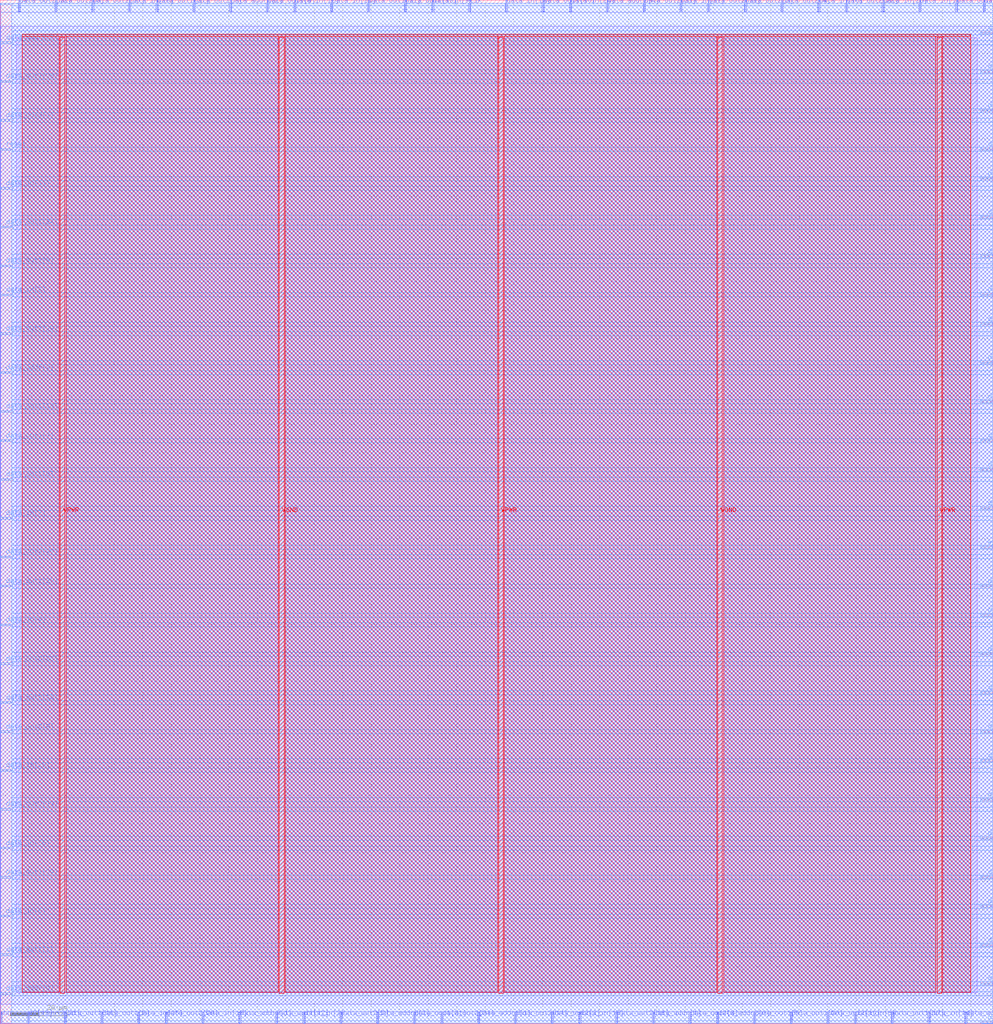
<source format=lef>
VERSION 5.7 ;
  NOWIREEXTENSIONATPIN ON ;
  DIVIDERCHAR "/" ;
  BUSBITCHARS "[]" ;
MACRO register
  CLASS BLOCK ;
  FOREIGN register ;
  ORIGIN 0.000 0.000 ;
  SIZE 347.920 BY 358.640 ;
  PIN VGND
    USE GROUND ;
    PORT
      LAYER met4 ;
        RECT 251.440 10.640 253.040 345.680 ;
    END
    PORT
      LAYER met4 ;
        RECT 97.840 10.640 99.440 345.680 ;
    END
  END VGND
  PIN VPWR
    USE POWER ;
    PORT
      LAYER met4 ;
        RECT 328.240 10.640 329.840 345.680 ;
    END
    PORT
      LAYER met4 ;
        RECT 174.640 10.640 176.240 345.680 ;
    END
    PORT
      LAYER met4 ;
        RECT 21.040 10.640 22.640 345.680 ;
    END
  END VPWR
  PIN clk
    PORT
      LAYER met2 ;
        RECT 164.310 354.640 164.590 358.640 ;
    END
  END clk
  PIN data_addr1[0]
    PORT
      LAYER met2 ;
        RECT 344.630 354.640 344.910 358.640 ;
    END
  END data_addr1[0]
  PIN data_addr1[1]
    PORT
      LAYER met2 ;
        RECT 167.530 0.000 167.810 4.000 ;
    END
  END data_addr1[1]
  PIN data_addr1[2]
    PORT
      LAYER met2 ;
        RECT 80.590 354.640 80.870 358.640 ;
    END
  END data_addr1[2]
  PIN data_addr1[3]
    PORT
      LAYER met2 ;
        RECT 338.190 0.000 338.470 4.000 ;
    END
  END data_addr1[3]
  PIN data_addr1[4]
    PORT
      LAYER met3 ;
        RECT 343.920 306.040 347.920 306.640 ;
    END
  END data_addr1[4]
  PIN data_addr2[0]
    PORT
      LAYER met2 ;
        RECT 251.250 0.000 251.530 4.000 ;
    END
  END data_addr2[0]
  PIN data_addr2[1]
    PORT
      LAYER met2 ;
        RECT 83.810 0.000 84.090 4.000 ;
    END
  END data_addr2[1]
  PIN data_addr2[2]
    PORT
      LAYER met3 ;
        RECT 0.000 343.440 4.000 344.040 ;
    END
  END data_addr2[2]
  PIN data_addr2[3]
    PORT
      LAYER met2 ;
        RECT 132.110 0.000 132.390 4.000 ;
    END
  END data_addr2[3]
  PIN data_addr2[4]
    PORT
      LAYER met2 ;
        RECT 212.610 354.640 212.890 358.640 ;
    END
  END data_addr2[4]
  PIN data_addr[0]
    PORT
      LAYER met3 ;
        RECT 0.000 10.240 4.000 10.840 ;
    END
  END data_addr[0]
  PIN data_addr[1]
    PORT
      LAYER met2 ;
        RECT 228.710 0.000 228.990 4.000 ;
    END
  END data_addr[1]
  PIN data_addr[2]
    PORT
      LAYER met3 ;
        RECT 0.000 227.840 4.000 228.440 ;
    END
  END data_addr[2]
  PIN data_addr[3]
    PORT
      LAYER met3 ;
        RECT 343.920 142.840 347.920 143.440 ;
    END
  END data_addr[3]
  PIN data_addr[4]
    PORT
      LAYER met3 ;
        RECT 343.920 333.240 347.920 333.840 ;
    END
  END data_addr[4]
  PIN data_in[0]
    PORT
      LAYER met3 ;
        RECT 0.000 37.440 4.000 38.040 ;
    END
  END data_in[0]
  PIN data_in[10]
    PORT
      LAYER met2 ;
        RECT 286.670 354.640 286.950 358.640 ;
    END
  END data_in[10]
  PIN data_in[11]
    PORT
      LAYER met3 ;
        RECT 0.000 292.440 4.000 293.040 ;
    END
  END data_in[11]
  PIN data_in[12]
    PORT
      LAYER met3 ;
        RECT 343.920 102.040 347.920 102.640 ;
    END
  END data_in[12]
  PIN data_in[13]
    PORT
      LAYER met3 ;
        RECT 343.920 295.840 347.920 296.440 ;
    END
  END data_in[13]
  PIN data_in[14]
    PORT
      LAYER met2 ;
        RECT 325.310 0.000 325.590 4.000 ;
    END
  END data_in[14]
  PIN data_in[15]
    PORT
      LAYER met2 ;
        RECT 202.950 0.000 203.230 4.000 ;
    END
  END data_in[15]
  PIN data_in[16]
    PORT
      LAYER met3 ;
        RECT 343.920 27.240 347.920 27.840 ;
    END
  END data_in[16]
  PIN data_in[17]
    PORT
      LAYER met2 ;
        RECT 103.130 354.640 103.410 358.640 ;
    END
  END data_in[17]
  PIN data_in[18]
    PORT
      LAYER met2 ;
        RECT 70.930 0.000 71.210 4.000 ;
    END
  END data_in[18]
  PIN data_in[19]
    PORT
      LAYER met2 ;
        RECT 177.190 354.640 177.470 358.640 ;
    END
  END data_in[19]
  PIN data_in[1]
    PORT
      LAYER met2 ;
        RECT 322.090 354.640 322.370 358.640 ;
    END
  END data_in[1]
  PIN data_in[20]
    PORT
      LAYER met3 ;
        RECT 0.000 88.440 4.000 89.040 ;
    END
  END data_in[20]
  PIN data_in[21]
    PORT
      LAYER met2 ;
        RECT 116.010 354.640 116.290 358.640 ;
    END
  END data_in[21]
  PIN data_in[22]
    PORT
      LAYER met3 ;
        RECT 343.920 319.640 347.920 320.240 ;
    END
  END data_in[22]
  PIN data_in[23]
    PORT
      LAYER met3 ;
        RECT 343.920 180.240 347.920 180.840 ;
    END
  END data_in[23]
  PIN data_in[24]
    PORT
      LAYER met2 ;
        RECT 199.730 354.640 200.010 358.640 ;
    END
  END data_in[24]
  PIN data_in[25]
    PORT
      LAYER met2 ;
        RECT 48.390 0.000 48.670 4.000 ;
    END
  END data_in[25]
  PIN data_in[26]
    PORT
      LAYER met2 ;
        RECT 309.210 354.640 309.490 358.640 ;
    END
  END data_in[26]
  PIN data_in[27]
    PORT
      LAYER met2 ;
        RECT 238.370 354.640 238.650 358.640 ;
    END
  END data_in[27]
  PIN data_in[28]
    PORT
      LAYER met2 ;
        RECT 45.170 354.640 45.450 358.640 ;
    END
  END data_in[28]
  PIN data_in[29]
    PORT
      LAYER met3 ;
        RECT 343.920 346.840 347.920 347.440 ;
    END
  END data_in[29]
  PIN data_in[2]
    PORT
      LAYER met2 ;
        RECT 106.350 0.000 106.630 4.000 ;
    END
  END data_in[2]
  PIN data_in[30]
    PORT
      LAYER met3 ;
        RECT 0.000 61.240 4.000 61.840 ;
    END
  END data_in[30]
  PIN data_in[31]
    PORT
      LAYER met3 ;
        RECT 343.920 244.840 347.920 245.440 ;
    END
  END data_in[31]
  PIN data_in[3]
    PORT
      LAYER met3 ;
        RECT 0.000 255.040 4.000 255.640 ;
    END
  END data_in[3]
  PIN data_in[4]
    PORT
      LAYER met3 ;
        RECT 0.000 139.440 4.000 140.040 ;
    END
  END data_in[4]
  PIN data_in[5]
    PORT
      LAYER met3 ;
        RECT 343.920 78.240 347.920 78.840 ;
    END
  END data_in[5]
  PIN data_in[6]
    PORT
      LAYER met2 ;
        RECT 299.550 0.000 299.830 4.000 ;
    END
  END data_in[6]
  PIN data_in[7]
    PORT
      LAYER met3 ;
        RECT 0.000 176.840 4.000 177.440 ;
    END
  END data_in[7]
  PIN data_in[8]
    PORT
      LAYER met3 ;
        RECT 343.920 193.840 347.920 194.440 ;
    END
  END data_in[8]
  PIN data_in[9]
    PORT
      LAYER met2 ;
        RECT 151.430 354.640 151.710 358.640 ;
    END
  END data_in[9]
  PIN data_out1[0]
    PORT
      LAYER met2 ;
        RECT 93.470 354.640 93.750 358.640 ;
    END
  END data_out1[0]
  PIN data_out1[10]
    PORT
      LAYER met2 ;
        RECT 190.070 354.640 190.350 358.640 ;
    END
  END data_out1[10]
  PIN data_out1[11]
    PORT
      LAYER met2 ;
        RECT 128.890 354.640 129.170 358.640 ;
    END
  END data_out1[11]
  PIN data_out1[12]
    PORT
      LAYER met2 ;
        RECT 96.690 0.000 96.970 4.000 ;
    END
  END data_out1[12]
  PIN data_out1[13]
    PORT
      LAYER met3 ;
        RECT 343.920 91.840 347.920 92.440 ;
    END
  END data_out1[13]
  PIN data_out1[14]
    PORT
      LAYER met3 ;
        RECT 343.920 40.840 347.920 41.440 ;
    END
  END data_out1[14]
  PIN data_out1[15]
    PORT
      LAYER met3 ;
        RECT 343.920 231.240 347.920 231.840 ;
    END
  END data_out1[15]
  PIN data_out1[16]
    PORT
      LAYER met2 ;
        RECT 22.630 0.000 22.910 4.000 ;
    END
  END data_out1[16]
  PIN data_out1[17]
    PORT
      LAYER met2 ;
        RECT 312.430 0.000 312.710 4.000 ;
    END
  END data_out1[17]
  PIN data_out1[18]
    PORT
      LAYER met3 ;
        RECT 343.920 64.640 347.920 65.240 ;
    END
  END data_out1[18]
  PIN data_out1[19]
    PORT
      LAYER met3 ;
        RECT 0.000 214.240 4.000 214.840 ;
    END
  END data_out1[19]
  PIN data_out1[1]
    PORT
      LAYER met3 ;
        RECT 0.000 23.840 4.000 24.440 ;
    END
  END data_out1[1]
  PIN data_out1[20]
    PORT
      LAYER met2 ;
        RECT 277.010 0.000 277.290 4.000 ;
    END
  END data_out1[20]
  PIN data_out1[21]
    PORT
      LAYER met2 ;
        RECT 144.990 0.000 145.270 4.000 ;
    END
  END data_out1[21]
  PIN data_out1[22]
    PORT
      LAYER met3 ;
        RECT 343.920 115.640 347.920 116.240 ;
    END
  END data_out1[22]
  PIN data_out1[23]
    PORT
      LAYER met3 ;
        RECT 343.920 268.640 347.920 269.240 ;
    END
  END data_out1[23]
  PIN data_out1[24]
    PORT
      LAYER met3 ;
        RECT 0.000 278.840 4.000 279.440 ;
    END
  END data_out1[24]
  PIN data_out1[25]
    PORT
      LAYER met3 ;
        RECT 343.920 13.640 347.920 14.240 ;
    END
  END data_out1[25]
  PIN data_out1[26]
    PORT
      LAYER met3 ;
        RECT 0.000 329.840 4.000 330.440 ;
    END
  END data_out1[26]
  PIN data_out1[27]
    PORT
      LAYER met2 ;
        RECT 54.830 354.640 55.110 358.640 ;
    END
  END data_out1[27]
  PIN data_out1[28]
    PORT
      LAYER met3 ;
        RECT 0.000 241.440 4.000 242.040 ;
    END
  END data_out1[28]
  PIN data_out1[29]
    PORT
      LAYER met3 ;
        RECT 0.000 51.040 4.000 51.640 ;
    END
  END data_out1[29]
  PIN data_out1[2]
    PORT
      LAYER met2 ;
        RECT 35.510 0.000 35.790 4.000 ;
    END
  END data_out1[2]
  PIN data_out1[30]
    PORT
      LAYER met3 ;
        RECT 0.000 153.040 4.000 153.640 ;
    END
  END data_out1[30]
  PIN data_out1[31]
    PORT
      LAYER met3 ;
        RECT 343.920 0.040 347.920 0.640 ;
    END
  END data_out1[31]
  PIN data_out1[3]
    PORT
      LAYER met3 ;
        RECT 343.920 204.040 347.920 204.640 ;
    END
  END data_out1[3]
  PIN data_out1[4]
    PORT
      LAYER met3 ;
        RECT 343.920 129.240 347.920 129.840 ;
    END
  END data_out1[4]
  PIN data_out1[5]
    PORT
      LAYER met2 ;
        RECT 264.130 0.000 264.410 4.000 ;
    END
  END data_out1[5]
  PIN data_out1[6]
    PORT
      LAYER met3 ;
        RECT 0.000 265.240 4.000 265.840 ;
    END
  END data_out1[6]
  PIN data_out1[7]
    PORT
      LAYER met3 ;
        RECT 0.000 204.040 4.000 204.640 ;
    END
  END data_out1[7]
  PIN data_out1[8]
    PORT
      LAYER met3 ;
        RECT 0.000 190.440 4.000 191.040 ;
    END
  END data_out1[8]
  PIN data_out1[9]
    PORT
      LAYER met3 ;
        RECT 343.920 153.040 347.920 153.640 ;
    END
  END data_out1[9]
  PIN data_out2[0]
    PORT
      LAYER met3 ;
        RECT 343.920 255.040 347.920 255.640 ;
    END
  END data_out2[0]
  PIN data_out2[10]
    PORT
      LAYER met2 ;
        RECT 289.890 0.000 290.170 4.000 ;
    END
  END data_out2[10]
  PIN data_out2[11]
    PORT
      LAYER met3 ;
        RECT 343.920 282.240 347.920 282.840 ;
    END
  END data_out2[11]
  PIN data_out2[12]
    PORT
      LAYER met2 ;
        RECT 6.530 354.640 6.810 358.640 ;
    END
  END data_out2[12]
  PIN data_out2[13]
    PORT
      LAYER met3 ;
        RECT 0.000 74.840 4.000 75.440 ;
    END
  END data_out2[13]
  PIN data_out2[14]
    PORT
      LAYER met2 ;
        RECT 180.410 0.000 180.690 4.000 ;
    END
  END data_out2[14]
  PIN data_out2[15]
    PORT
      LAYER met2 ;
        RECT 0.090 0.000 0.370 4.000 ;
    END
  END data_out2[15]
  PIN data_out2[16]
    PORT
      LAYER met2 ;
        RECT 215.830 0.000 216.110 4.000 ;
    END
  END data_out2[16]
  PIN data_out2[17]
    PORT
      LAYER met2 ;
        RECT 32.290 354.640 32.570 358.640 ;
    END
  END data_out2[17]
  PIN data_out2[18]
    PORT
      LAYER met2 ;
        RECT 141.770 354.640 142.050 358.640 ;
    END
  END data_out2[18]
  PIN data_out2[19]
    PORT
      LAYER met2 ;
        RECT 248.030 354.640 248.310 358.640 ;
    END
  END data_out2[19]
  PIN data_out2[1]
    PORT
      LAYER met3 ;
        RECT 0.000 316.240 4.000 316.840 ;
    END
  END data_out2[1]
  PIN data_out2[20]
    PORT
      LAYER met3 ;
        RECT 0.000 163.240 4.000 163.840 ;
    END
  END data_out2[20]
  PIN data_out2[21]
    PORT
      LAYER met2 ;
        RECT 9.750 0.000 10.030 4.000 ;
    END
  END data_out2[21]
  PIN data_out2[22]
    PORT
      LAYER met2 ;
        RECT 296.330 354.640 296.610 358.640 ;
    END
  END data_out2[22]
  PIN data_out2[23]
    PORT
      LAYER met2 ;
        RECT 225.490 354.640 225.770 358.640 ;
    END
  END data_out2[23]
  PIN data_out2[24]
    PORT
      LAYER met2 ;
        RECT 154.650 0.000 154.930 4.000 ;
    END
  END data_out2[24]
  PIN data_out2[25]
    PORT
      LAYER met2 ;
        RECT 334.970 354.640 335.250 358.640 ;
    END
  END data_out2[25]
  PIN data_out2[26]
    PORT
      LAYER met3 ;
        RECT 343.920 51.040 347.920 51.640 ;
    END
  END data_out2[26]
  PIN data_out2[27]
    PORT
      LAYER met3 ;
        RECT 0.000 357.040 4.000 357.640 ;
    END
  END data_out2[27]
  PIN data_out2[28]
    PORT
      LAYER met3 ;
        RECT 0.000 125.840 4.000 126.440 ;
    END
  END data_out2[28]
  PIN data_out2[29]
    PORT
      LAYER met2 ;
        RECT 58.050 0.000 58.330 4.000 ;
    END
  END data_out2[29]
  PIN data_out2[2]
    PORT
      LAYER met2 ;
        RECT 119.230 0.000 119.510 4.000 ;
    END
  END data_out2[2]
  PIN data_out2[30]
    PORT
      LAYER met3 ;
        RECT 0.000 112.240 4.000 112.840 ;
    END
  END data_out2[30]
  PIN data_out2[31]
    PORT
      LAYER met3 ;
        RECT 343.920 217.640 347.920 218.240 ;
    END
  END data_out2[31]
  PIN data_out2[3]
    PORT
      LAYER met2 ;
        RECT 193.290 0.000 193.570 4.000 ;
    END
  END data_out2[3]
  PIN data_out2[4]
    PORT
      LAYER met2 ;
        RECT 273.790 354.640 274.070 358.640 ;
    END
  END data_out2[4]
  PIN data_out2[5]
    PORT
      LAYER met2 ;
        RECT 260.910 354.640 261.190 358.640 ;
    END
  END data_out2[5]
  PIN data_out2[6]
    PORT
      LAYER met2 ;
        RECT 19.410 354.640 19.690 358.640 ;
    END
  END data_out2[6]
  PIN data_out2[7]
    PORT
      LAYER met2 ;
        RECT 67.710 354.640 67.990 358.640 ;
    END
  END data_out2[7]
  PIN data_out2[8]
    PORT
      LAYER met2 ;
        RECT 241.590 0.000 241.870 4.000 ;
    END
  END data_out2[8]
  PIN data_out2[9]
    PORT
      LAYER met3 ;
        RECT 0.000 102.040 4.000 102.640 ;
    END
  END data_out2[9]
  PIN reset
    PORT
      LAYER met3 ;
        RECT 0.000 306.040 4.000 306.640 ;
    END
  END reset
  PIN w_enable
    PORT
      LAYER met3 ;
        RECT 343.920 166.640 347.920 167.240 ;
    END
  END w_enable
  OBS
      LAYER li1 ;
        RECT 5.520 10.795 342.240 345.525 ;
      LAYER met1 ;
        RECT 0.070 6.840 347.690 349.480 ;
      LAYER met2 ;
        RECT 0.100 354.360 6.250 357.525 ;
        RECT 7.090 354.360 19.130 357.525 ;
        RECT 19.970 354.360 32.010 357.525 ;
        RECT 32.850 354.360 44.890 357.525 ;
        RECT 45.730 354.360 54.550 357.525 ;
        RECT 55.390 354.360 67.430 357.525 ;
        RECT 68.270 354.360 80.310 357.525 ;
        RECT 81.150 354.360 93.190 357.525 ;
        RECT 94.030 354.360 102.850 357.525 ;
        RECT 103.690 354.360 115.730 357.525 ;
        RECT 116.570 354.360 128.610 357.525 ;
        RECT 129.450 354.360 141.490 357.525 ;
        RECT 142.330 354.360 151.150 357.525 ;
        RECT 151.990 354.360 164.030 357.525 ;
        RECT 164.870 354.360 176.910 357.525 ;
        RECT 177.750 354.360 189.790 357.525 ;
        RECT 190.630 354.360 199.450 357.525 ;
        RECT 200.290 354.360 212.330 357.525 ;
        RECT 213.170 354.360 225.210 357.525 ;
        RECT 226.050 354.360 238.090 357.525 ;
        RECT 238.930 354.360 247.750 357.525 ;
        RECT 248.590 354.360 260.630 357.525 ;
        RECT 261.470 354.360 273.510 357.525 ;
        RECT 274.350 354.360 286.390 357.525 ;
        RECT 287.230 354.360 296.050 357.525 ;
        RECT 296.890 354.360 308.930 357.525 ;
        RECT 309.770 354.360 321.810 357.525 ;
        RECT 322.650 354.360 334.690 357.525 ;
        RECT 335.530 354.360 344.350 357.525 ;
        RECT 345.190 354.360 347.670 357.525 ;
        RECT 0.100 4.280 347.670 354.360 ;
        RECT 0.650 0.155 9.470 4.280 ;
        RECT 10.310 0.155 22.350 4.280 ;
        RECT 23.190 0.155 35.230 4.280 ;
        RECT 36.070 0.155 48.110 4.280 ;
        RECT 48.950 0.155 57.770 4.280 ;
        RECT 58.610 0.155 70.650 4.280 ;
        RECT 71.490 0.155 83.530 4.280 ;
        RECT 84.370 0.155 96.410 4.280 ;
        RECT 97.250 0.155 106.070 4.280 ;
        RECT 106.910 0.155 118.950 4.280 ;
        RECT 119.790 0.155 131.830 4.280 ;
        RECT 132.670 0.155 144.710 4.280 ;
        RECT 145.550 0.155 154.370 4.280 ;
        RECT 155.210 0.155 167.250 4.280 ;
        RECT 168.090 0.155 180.130 4.280 ;
        RECT 180.970 0.155 193.010 4.280 ;
        RECT 193.850 0.155 202.670 4.280 ;
        RECT 203.510 0.155 215.550 4.280 ;
        RECT 216.390 0.155 228.430 4.280 ;
        RECT 229.270 0.155 241.310 4.280 ;
        RECT 242.150 0.155 250.970 4.280 ;
        RECT 251.810 0.155 263.850 4.280 ;
        RECT 264.690 0.155 276.730 4.280 ;
        RECT 277.570 0.155 289.610 4.280 ;
        RECT 290.450 0.155 299.270 4.280 ;
        RECT 300.110 0.155 312.150 4.280 ;
        RECT 312.990 0.155 325.030 4.280 ;
        RECT 325.870 0.155 337.910 4.280 ;
        RECT 338.750 0.155 347.670 4.280 ;
      LAYER met3 ;
        RECT 4.400 356.640 347.695 357.505 ;
        RECT 4.000 347.840 347.695 356.640 ;
        RECT 4.000 346.440 343.520 347.840 ;
        RECT 4.000 344.440 347.695 346.440 ;
        RECT 4.400 343.040 347.695 344.440 ;
        RECT 4.000 334.240 347.695 343.040 ;
        RECT 4.000 332.840 343.520 334.240 ;
        RECT 4.000 330.840 347.695 332.840 ;
        RECT 4.400 329.440 347.695 330.840 ;
        RECT 4.000 320.640 347.695 329.440 ;
        RECT 4.000 319.240 343.520 320.640 ;
        RECT 4.000 317.240 347.695 319.240 ;
        RECT 4.400 315.840 347.695 317.240 ;
        RECT 4.000 307.040 347.695 315.840 ;
        RECT 4.400 305.640 343.520 307.040 ;
        RECT 4.000 296.840 347.695 305.640 ;
        RECT 4.000 295.440 343.520 296.840 ;
        RECT 4.000 293.440 347.695 295.440 ;
        RECT 4.400 292.040 347.695 293.440 ;
        RECT 4.000 283.240 347.695 292.040 ;
        RECT 4.000 281.840 343.520 283.240 ;
        RECT 4.000 279.840 347.695 281.840 ;
        RECT 4.400 278.440 347.695 279.840 ;
        RECT 4.000 269.640 347.695 278.440 ;
        RECT 4.000 268.240 343.520 269.640 ;
        RECT 4.000 266.240 347.695 268.240 ;
        RECT 4.400 264.840 347.695 266.240 ;
        RECT 4.000 256.040 347.695 264.840 ;
        RECT 4.400 254.640 343.520 256.040 ;
        RECT 4.000 245.840 347.695 254.640 ;
        RECT 4.000 244.440 343.520 245.840 ;
        RECT 4.000 242.440 347.695 244.440 ;
        RECT 4.400 241.040 347.695 242.440 ;
        RECT 4.000 232.240 347.695 241.040 ;
        RECT 4.000 230.840 343.520 232.240 ;
        RECT 4.000 228.840 347.695 230.840 ;
        RECT 4.400 227.440 347.695 228.840 ;
        RECT 4.000 218.640 347.695 227.440 ;
        RECT 4.000 217.240 343.520 218.640 ;
        RECT 4.000 215.240 347.695 217.240 ;
        RECT 4.400 213.840 347.695 215.240 ;
        RECT 4.000 205.040 347.695 213.840 ;
        RECT 4.400 203.640 343.520 205.040 ;
        RECT 4.000 194.840 347.695 203.640 ;
        RECT 4.000 193.440 343.520 194.840 ;
        RECT 4.000 191.440 347.695 193.440 ;
        RECT 4.400 190.040 347.695 191.440 ;
        RECT 4.000 181.240 347.695 190.040 ;
        RECT 4.000 179.840 343.520 181.240 ;
        RECT 4.000 177.840 347.695 179.840 ;
        RECT 4.400 176.440 347.695 177.840 ;
        RECT 4.000 167.640 347.695 176.440 ;
        RECT 4.000 166.240 343.520 167.640 ;
        RECT 4.000 164.240 347.695 166.240 ;
        RECT 4.400 162.840 347.695 164.240 ;
        RECT 4.000 154.040 347.695 162.840 ;
        RECT 4.400 152.640 343.520 154.040 ;
        RECT 4.000 143.840 347.695 152.640 ;
        RECT 4.000 142.440 343.520 143.840 ;
        RECT 4.000 140.440 347.695 142.440 ;
        RECT 4.400 139.040 347.695 140.440 ;
        RECT 4.000 130.240 347.695 139.040 ;
        RECT 4.000 128.840 343.520 130.240 ;
        RECT 4.000 126.840 347.695 128.840 ;
        RECT 4.400 125.440 347.695 126.840 ;
        RECT 4.000 116.640 347.695 125.440 ;
        RECT 4.000 115.240 343.520 116.640 ;
        RECT 4.000 113.240 347.695 115.240 ;
        RECT 4.400 111.840 347.695 113.240 ;
        RECT 4.000 103.040 347.695 111.840 ;
        RECT 4.400 101.640 343.520 103.040 ;
        RECT 4.000 92.840 347.695 101.640 ;
        RECT 4.000 91.440 343.520 92.840 ;
        RECT 4.000 89.440 347.695 91.440 ;
        RECT 4.400 88.040 347.695 89.440 ;
        RECT 4.000 79.240 347.695 88.040 ;
        RECT 4.000 77.840 343.520 79.240 ;
        RECT 4.000 75.840 347.695 77.840 ;
        RECT 4.400 74.440 347.695 75.840 ;
        RECT 4.000 65.640 347.695 74.440 ;
        RECT 4.000 64.240 343.520 65.640 ;
        RECT 4.000 62.240 347.695 64.240 ;
        RECT 4.400 60.840 347.695 62.240 ;
        RECT 4.000 52.040 347.695 60.840 ;
        RECT 4.400 50.640 343.520 52.040 ;
        RECT 4.000 41.840 347.695 50.640 ;
        RECT 4.000 40.440 343.520 41.840 ;
        RECT 4.000 38.440 347.695 40.440 ;
        RECT 4.400 37.040 347.695 38.440 ;
        RECT 4.000 28.240 347.695 37.040 ;
        RECT 4.000 26.840 343.520 28.240 ;
        RECT 4.000 24.840 347.695 26.840 ;
        RECT 4.400 23.440 347.695 24.840 ;
        RECT 4.000 14.640 347.695 23.440 ;
        RECT 4.000 13.240 343.520 14.640 ;
        RECT 4.000 11.240 347.695 13.240 ;
        RECT 4.400 9.840 347.695 11.240 ;
        RECT 4.000 1.040 347.695 9.840 ;
        RECT 4.000 0.175 343.520 1.040 ;
      LAYER met4 ;
        RECT 7.655 346.080 340.105 346.625 ;
        RECT 7.655 11.055 20.640 346.080 ;
        RECT 23.040 11.055 97.440 346.080 ;
        RECT 99.840 11.055 174.240 346.080 ;
        RECT 176.640 11.055 251.040 346.080 ;
        RECT 253.440 11.055 327.840 346.080 ;
        RECT 330.240 11.055 340.105 346.080 ;
  END
END register
END LIBRARY


</source>
